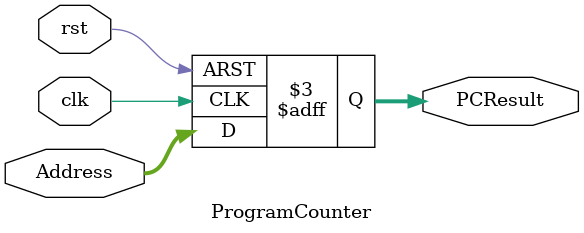
<source format=v>
`timescale 1ns / 1ps


module ProgramCounter(Address, PCResult, rst, clk);

	input [31:0] Address;
	input rst, clk;
	
	output reg [31:0] PCResult;
	
	always @(posedge clk, posedge rst) begin
	   if (rst == 1) begin
	       PCResult <= 32'h00000000;
	   end
	   else
	       PCResult <= Address;
	end
	
endmodule

</source>
